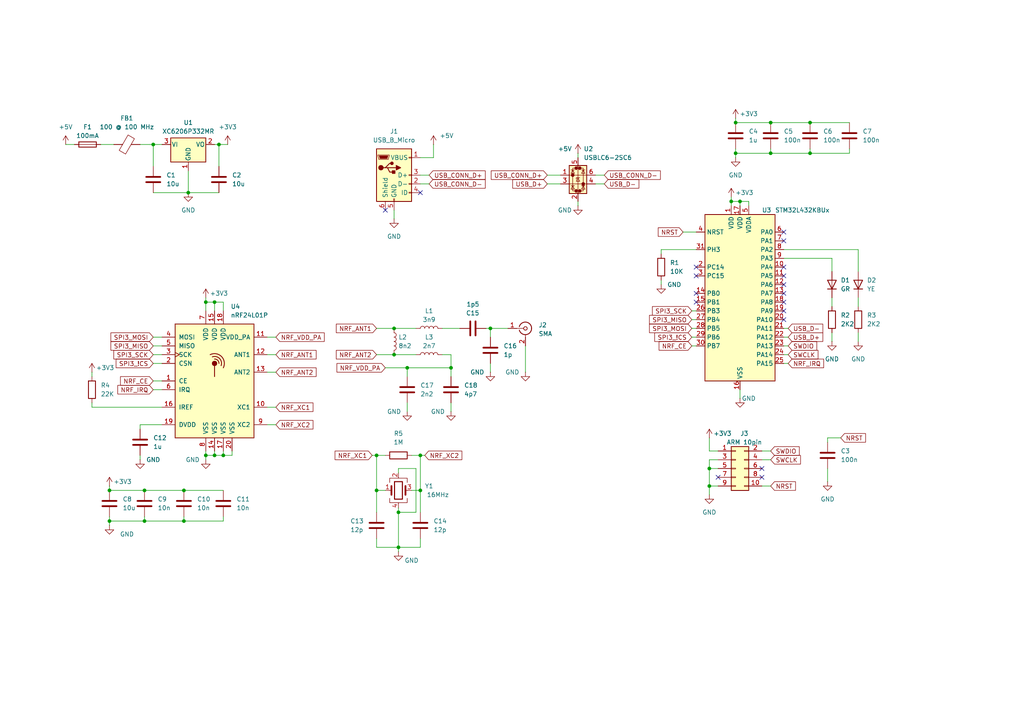
<source format=kicad_sch>
(kicad_sch (version 20250114) (generator "eeschema") (generator_version "9.0")
  (paper "A4")
  (lib_symbols
    (symbol "Connector:Conn_Coaxial" (pin_names (offset 1.016) (hide yes))
      (property "Reference" "J" (at 0.254 3.048 0))
      (property "Value" "Conn_Coaxial" (at 2.921 0 90))
      (symbol "Conn_Coaxial_0_1"
        (polyline (pts (xy -2.54 0) (xy -0.508 0)))
        (arc (start 1.778 0) (mid 0.222 -1.8079) (end -1.778 -0.508) (stroke (width 0.254)))
        (arc (start -1.778 0.508) (mid 0.2221 1.8084) (end 1.778 0) (stroke (width 0.254)))
        (circle (center 0 0) (radius 0.508) (stroke (width 0.2032)))
        (polyline (pts (xy 0 -2.54) (xy 0 -1.778)))
      )
      (symbol "Conn_Coaxial_1_1"
        (pin passive line (at -5.08 0 0) (length 2.54) (name "In") (number "1"))
        (pin passive line (at 0 -5.08 90) (length 2.54) (name "Ext") (number "2"))
      )
    )
    (symbol "Connector:USB_B_Micro" (pin_names (offset 1.016))
      (property "Reference" "J" (at -5.08 11.43 0))
      (property "Value" "USB_B_Micro" (at -5.08 8.89 0))
      (symbol "USB_B_Micro_0_1"
        (rectangle (start -5.08 -7.62) (end 5.08 7.62) (stroke (width 0.254)) (fill (type background)))
        (polyline (pts (xy -4.699 5.842) (xy -4.699 5.588) (xy -4.445 4.826) (xy -4.445 4.572) (xy -1.651 4.572) (xy -1.651 4.826) (xy -1.397 5.588) (xy -1.397 5.842) (xy -4.699 5.842)))
        (polyline (pts (xy -4.318 5.588) (xy -1.778 5.588) (xy -2.032 4.826) (xy -4.064 4.826) (xy -4.318 5.588)) (fill (type outline)))
        (circle (center -3.81 2.159) (radius 0.635) (stroke (width 0.254)) (fill (type outline)))
        (polyline (pts (xy -3.175 2.159) (xy -2.54 2.159) (xy -1.27 3.429) (xy -0.635 3.429)) (stroke (width 0.254)))
        (polyline (pts (xy -2.54 2.159) (xy -1.905 2.159) (xy -1.27 0.889) (xy 0 0.889)) (stroke (width 0.254)))
        (polyline (pts (xy -1.905 2.159) (xy 0.635 2.159)) (stroke (width 0.254)))
        (circle (center -0.635 3.429) (radius 0.381) (stroke (width 0.254)) (fill (type outline)))
        (rectangle (start -0.127 -7.62) (end 0.127 -6.858))
        (rectangle (start 0.254 1.27) (end -0.508 0.508) (stroke (width 0.254)) (fill (type outline)))
        (polyline (pts (xy 0.635 2.794) (xy 0.635 1.524) (xy 1.905 2.159) (xy 0.635 2.794)) (stroke (width 0.254)) (fill (type outline)))
        (rectangle (start 5.08 4.953) (end 4.318 5.207))
        (rectangle (start 5.08 -0.127) (end 4.318 0.127))
        (rectangle (start 5.08 -2.667) (end 4.318 -2.413))
        (rectangle (start 5.08 -5.207) (end 4.318 -4.953))
      )
      (symbol "USB_B_Micro_1_1"
        (pin passive line (at -2.54 -10.16 90) (length 2.54) (name "Shield") (number "6"))
        (pin power_out line (at 0 -10.16 90) (length 2.54) (name "GND") (number "5"))
        (pin power_out line (at 7.62 5.08 180) (length 2.54) (name "VBUS") (number "1"))
        (pin bidirectional line (at 7.62 0 180) (length 2.54) (name "D+") (number "3"))
        (pin bidirectional line (at 7.62 -2.54 180) (length 2.54) (name "D-") (number "2"))
        (pin passive line (at 7.62 -5.08 180) (length 2.54) (name "ID") (number "4"))
      )
    )
    (symbol "Connector_Generic:Conn_02x05_Odd_Even" (pin_names (offset 1.016) (hide yes))
      (property "Reference" "J" (at 1.27 7.62 0))
      (property "Value" "Conn_02x05_Odd_Even" (at 1.27 -7.62 0))
      (symbol "Conn_02x05_Odd_Even_1_1"
        (rectangle (start -1.27 6.35) (end 3.81 -6.35) (stroke (width 0.254)) (fill (type background)))
        (rectangle (start -1.27 5.207) (end 0 4.953) (stroke (width 0.1524)))
        (rectangle (start -1.27 2.667) (end 0 2.413) (stroke (width 0.1524)))
        (rectangle (start -1.27 0.127) (end 0 -0.127) (stroke (width 0.1524)))
        (rectangle (start -1.27 -2.413) (end 0 -2.667) (stroke (width 0.1524)))
        (rectangle (start -1.27 -4.953) (end 0 -5.207) (stroke (width 0.1524)))
        (rectangle (start 3.81 5.207) (end 2.54 4.953) (stroke (width 0.1524)))
        (rectangle (start 3.81 2.667) (end 2.54 2.413) (stroke (width 0.1524)))
        (rectangle (start 3.81 0.127) (end 2.54 -0.127) (stroke (width 0.1524)))
        (rectangle (start 3.81 -2.413) (end 2.54 -2.667) (stroke (width 0.1524)))
        (rectangle (start 3.81 -4.953) (end 2.54 -5.207) (stroke (width 0.1524)))
        (pin passive line (at -5.08 5.08 0) (length 3.81) (name "Pin_1") (number "1"))
        (pin passive line (at -5.08 2.54 0) (length 3.81) (name "Pin_3") (number "3"))
        (pin passive line (at -5.08 0 0) (length 3.81) (name "Pin_5") (number "5"))
        (pin passive line (at -5.08 -2.54 0) (length 3.81) (name "Pin_7") (number "7"))
        (pin passive line (at -5.08 -5.08 0) (length 3.81) (name "Pin_9") (number "9"))
        (pin passive line (at 7.62 5.08 180) (length 3.81) (name "Pin_2") (number "2"))
        (pin passive line (at 7.62 2.54 180) (length 3.81) (name "Pin_4") (number "4"))
        (pin passive line (at 7.62 0 180) (length 3.81) (name "Pin_6") (number "6"))
        (pin passive line (at 7.62 -2.54 180) (length 3.81) (name "Pin_8") (number "8"))
        (pin passive line (at 7.62 -5.08 180) (length 3.81) (name "Pin_10") (number "10"))
      )
    )
    (symbol "Device:C" (pin_numbers (hide yes)) (pin_names (offset 0.254))
      (property "Reference" "C" (at 0.635 2.54 0))
      (property "Value" "C" (at 0.635 -2.54 0))
      (symbol "C_0_1"
        (polyline (pts (xy -2.032 0.762) (xy 2.032 0.762)) (stroke (width 0.508)))
        (polyline (pts (xy -2.032 -0.762) (xy 2.032 -0.762)) (stroke (width 0.508)))
      )
      (symbol "C_1_1"
        (pin passive line (at 0 3.81 270) (length 2.794) (name "~") (number "1"))
        (pin passive line (at 0 -3.81 90) (length 2.794) (name "~") (number "2"))
      )
    )
    (symbol "Device:Crystal_GND24" (pin_names (offset 1.016) (hide yes))
      (property "Reference" "Y" (at 3.175 5.08 0))
      (property "Value" "Crystal_GND24" (at 3.175 3.175 0))
      (symbol "Crystal_GND24_0_1"
        (polyline (pts (xy -2.54 2.286) (xy -2.54 3.556) (xy 2.54 3.556) (xy 2.54 2.286)))
        (polyline (pts (xy -2.54 0) (xy -2.032 0)))
        (polyline (pts (xy -2.54 -2.286) (xy -2.54 -3.556) (xy 2.54 -3.556) (xy 2.54 -2.286)))
        (polyline (pts (xy -2.032 -1.27) (xy -2.032 1.27)) (stroke (width 0.508)))
        (rectangle (start -1.143 2.54) (end 1.143 -2.54) (stroke (width 0.3048)))
        (polyline (pts (xy 0 3.556) (xy 0 3.81)))
        (polyline (pts (xy 0 -3.81) (xy 0 -3.556)))
        (polyline (pts (xy 2.032 0) (xy 2.54 0)))
        (polyline (pts (xy 2.032 -1.27) (xy 2.032 1.27)) (stroke (width 0.508)))
      )
      (symbol "Crystal_GND24_1_1"
        (pin passive line (at -3.81 0 0) (length 1.27) (name "1") (number "1"))
        (pin passive line (at 0 5.08 270) (length 1.27) (name "2") (number "2"))
        (pin passive line (at 0 -5.08 90) (length 1.27) (name "4") (number "4"))
        (pin passive line (at 3.81 0 180) (length 1.27) (name "3") (number "3"))
      )
    )
    (symbol "Device:D" (pin_numbers (hide yes)) (pin_names (offset 1.016) (hide yes))
      (property "Reference" "D" (at 0 2.54 0))
      (property "Value" "D" (at 0 -2.54 0))
      (symbol "D_0_1"
        (polyline (pts (xy -1.27 1.27) (xy -1.27 -1.27)) (stroke (width 0.254)))
        (polyline (pts (xy 1.27 1.27) (xy 1.27 -1.27) (xy -1.27 0) (xy 1.27 1.27)) (stroke (width 0.254)))
        (polyline (pts (xy 1.27 0) (xy -1.27 0)))
      )
      (symbol "D_1_1"
        (pin passive line (at -3.81 0 0) (length 2.54) (name "K") (number "1"))
        (pin passive line (at 3.81 0 180) (length 2.54) (name "A") (number "2"))
      )
    )
    (symbol "Device:FerriteBead" (pin_numbers (hide yes)) (pin_names (offset 0))
      (property "Reference" "FB" (at -3.81 0.635 90))
      (property "Value" "FerriteBead" (at 3.81 0 90))
      (symbol "FerriteBead_0_1"
        (polyline (pts (xy -2.7686 0.4064) (xy -1.7018 2.2606) (xy 2.7686 -0.3048) (xy 1.6764 -2.159) (xy -2.7686 0.4064)))
        (polyline (pts (xy 0 1.27) (xy 0 1.2954)))
        (polyline (pts (xy 0 -1.27) (xy 0 -1.2192)))
      )
      (symbol "FerriteBead_1_1"
        (pin passive line (at 0 3.81 270) (length 2.54) (name "~") (number "1"))
        (pin passive line (at 0 -3.81 90) (length 2.54) (name "~") (number "2"))
      )
    )
    (symbol "Device:Fuse" (pin_numbers (hide yes)) (pin_names (offset 0))
      (property "Reference" "F" (at 2.032 0 90))
      (property "Value" "Fuse" (at -1.905 0 90))
      (symbol "Fuse_0_1"
        (rectangle (start -0.762 -2.54) (end 0.762 2.54) (stroke (width 0.254)))
        (polyline (pts (xy 0 2.54) (xy 0 -2.54)))
      )
      (symbol "Fuse_1_1"
        (pin passive line (at 0 3.81 270) (length 1.27) (name "~") (number "1"))
        (pin passive line (at 0 -3.81 90) (length 1.27) (name "~") (number "2"))
      )
    )
    (symbol "Device:L" (pin_numbers (hide yes)) (pin_names (offset 1.016) (hide yes))
      (property "Reference" "L" (at -1.27 0 90))
      (property "Value" "L" (at 1.905 0 90))
      (symbol "L_0_1"
        (arc (start 0 2.54) (mid 0.6323 1.905) (end 0 1.27))
        (arc (start 0 1.27) (mid 0.6323 0.635) (end 0 0))
        (arc (start 0 0) (mid 0.6323 -0.635) (end 0 -1.27))
        (arc (start 0 -1.27) (mid 0.6323 -1.905) (end 0 -2.54))
      )
      (symbol "L_1_1"
        (pin passive line (at 0 3.81 270) (length 1.27) (name "1") (number "1"))
        (pin passive line (at 0 -3.81 90) (length 1.27) (name "2") (number "2"))
      )
    )
    (symbol "Device:R" (pin_numbers (hide yes)) (pin_names (offset 0))
      (property "Reference" "R" (at 2.032 0 90))
      (property "Value" "R" (at 0 0 90))
      (symbol "R_0_1"
        (rectangle (start -1.016 -2.54) (end 1.016 2.54) (stroke (width 0.254)))
      )
      (symbol "R_1_1"
        (pin passive line (at 0 3.81 270) (length 1.27) (name "~") (number "1"))
        (pin passive line (at 0 -3.81 90) (length 1.27) (name "~") (number "2"))
      )
    )
    (symbol "MCU_ST_STM32L4:STM32L432KBUx"
      (property "Reference" "U" (at -10.16 26.67 0))
      (property "Value" "STM32L432KBUx" (at 5.08 26.67 0))
      (symbol "STM32L432KBUx_0_1"
        (rectangle (start -10.16 -22.86) (end 10.16 25.4) (stroke (width 0.254)) (fill (type background)))
      )
      (symbol "STM32L432KBUx_1_1"
        (pin input line (at -12.7 20.32 0) (length 2.54) (name "NRST") (number "4"))
        (pin bidirectional line (at -12.7 15.24 0) (length 2.54) (name "PH3") (number "31"))
        (pin bidirectional line (at -12.7 10.16 0) (length 2.54) (name "PC14") (number "2"))
        (pin bidirectional line (at -12.7 7.62 0) (length 2.54) (name "PC15") (number "3"))
        (pin bidirectional line (at -12.7 2.54 0) (length 2.54) (name "PB0") (number "14"))
        (pin bidirectional line (at -12.7 0 0) (length 2.54) (name "PB1") (number "15"))
        (pin bidirectional line (at -12.7 -2.54 0) (length 2.54) (name "PB3") (number "26"))
        (pin bidirectional line (at -12.7 -5.08 0) (length 2.54) (name "PB4") (number "27"))
        (pin bidirectional line (at -12.7 -7.62 0) (length 2.54) (name "PB5") (number "28"))
        (pin bidirectional line (at -12.7 -10.16 0) (length 2.54) (name "PB6") (number "29"))
        (pin bidirectional line (at -12.7 -12.7 0) (length 2.54) (name "PB7") (number "30"))
        (pin power_in line (at -2.54 27.94 270) (length 2.54) (name "VDD") (number "1"))
        (pin power_in line (at 0 27.94 270) (length 2.54) (name "VDD") (number "17"))
        (pin power_in line (at 0 -25.4 90) (length 2.54) (name "VSS") (number "16"))
        (pin passive line (at 0 -25.4 90) (length 2.54) (hide yes) (name "VSS") (number "32"))
        (pin passive line (at 0 -25.4 90) (length 2.54) (hide yes) (name "VSS") (number "33"))
        (pin power_in line (at 2.54 27.94 270) (length 2.54) (name "VDDA") (number "5"))
        (pin bidirectional line (at 12.7 20.32 180) (length 2.54) (name "PA0") (number "6"))
        (pin bidirectional line (at 12.7 17.78 180) (length 2.54) (name "PA1") (number "7"))
        (pin bidirectional line (at 12.7 15.24 180) (length 2.54) (name "PA2") (number "8"))
        (pin bidirectional line (at 12.7 12.7 180) (length 2.54) (name "PA3") (number "9"))
        (pin bidirectional line (at 12.7 10.16 180) (length 2.54) (name "PA4") (number "10"))
        (pin bidirectional line (at 12.7 7.62 180) (length 2.54) (name "PA5") (number "11"))
        (pin bidirectional line (at 12.7 5.08 180) (length 2.54) (name "PA6") (number "12"))
        (pin bidirectional line (at 12.7 2.54 180) (length 2.54) (name "PA7") (number "13"))
        (pin bidirectional line (at 12.7 0 180) (length 2.54) (name "PA8") (number "18"))
        (pin bidirectional line (at 12.7 -2.54 180) (length 2.54) (name "PA9") (number "19"))
        (pin bidirectional line (at 12.7 -5.08 180) (length 2.54) (name "PA10") (number "20"))
        (pin bidirectional line (at 12.7 -7.62 180) (length 2.54) (name "PA11") (number "21"))
        (pin bidirectional line (at 12.7 -10.16 180) (length 2.54) (name "PA12") (number "22"))
        (pin bidirectional line (at 12.7 -12.7 180) (length 2.54) (name "PA13") (number "23"))
        (pin bidirectional line (at 12.7 -15.24 180) (length 2.54) (name "PA14") (number "24"))
        (pin bidirectional line (at 12.7 -17.78 180) (length 2.54) (name "PA15") (number "25"))
      )
    )
    (symbol "Power_Protection:USBLC6-2SC6" (pin_names (hide yes))
      (property "Reference" "U" (at 0.635 5.715 0))
      (property "Value" "USBLC6-2SC6" (at 0.635 3.81 0))
      (symbol "USBLC6-2SC6_0_0"
        (circle (center -1.524 0) (radius 0.0001) (stroke (width 0.508)))
        (circle (center -0.508 2.032) (radius 0.0001) (stroke (width 0.508)))
        (circle (center -0.508 -4.572) (radius 0.0001) (stroke (width 0.508)))
        (circle (center 0.508 2.032) (radius 0.0001) (stroke (width 0.508)))
        (circle (center 0.508 -4.572) (radius 0.0001) (stroke (width 0.508)))
        (circle (center 1.524 -2.54) (radius 0.0001) (stroke (width 0.508)))
      )
      (symbol "USBLC6-2SC6_0_1"
        (polyline (pts (xy -2.54 0) (xy 2.54 0)))
        (polyline (pts (xy -2.54 -2.54) (xy 2.54 -2.54)))
        (polyline (pts (xy -2.032 0.508) (xy -1.016 0.508) (xy -1.524 1.524) (xy -2.032 0.508)))
        (polyline (pts (xy -2.032 -3.048) (xy -1.016 -3.048)))
        (polyline (pts (xy -1.016 1.524) (xy -2.032 1.524)))
        (polyline (pts (xy -1.016 -4.064) (xy -2.032 -4.064) (xy -1.524 -3.048) (xy -1.016 -4.064)))
        (polyline (pts (xy -0.508 -1.143) (xy -0.508 -0.762) (xy 0.508 -0.762)))
        (polyline (pts (xy 0 2.54) (xy -0.508 2.032) (xy 0.508 2.032) (xy 0 1.524) (xy 0 -4.064) (xy -0.508 -4.572) (xy 0.508 -4.572) (xy 0 -5.08)))
        (polyline (pts (xy 0.508 -1.778) (xy -0.508 -1.778) (xy 0 -0.762) (xy 0.508 -1.778)))
        (polyline (pts (xy 1.016 1.524) (xy 2.032 1.524)))
        (polyline (pts (xy 1.016 -3.048) (xy 2.032 -3.048)))
        (polyline (pts (xy 2.032 0.508) (xy 1.016 0.508) (xy 1.524 1.524) (xy 2.032 0.508)))
        (polyline (pts (xy 2.032 -4.064) (xy 1.016 -4.064) (xy 1.524 -3.048) (xy 2.032 -4.064)))
      )
      (symbol "USBLC6-2SC6_1_1"
        (rectangle (start -2.54 2.794) (end 2.54 -5.334) (stroke (width 0.254)) (fill (type background)))
        (polyline (pts (xy -0.508 2.032) (xy -1.524 2.032) (xy -1.524 -4.572) (xy -0.508 -4.572)))
        (polyline (pts (xy 0.508 -4.572) (xy 1.524 -4.572) (xy 1.524 2.032) (xy 0.508 2.032)))
        (pin passive line (at -5.08 0 0) (length 2.54) (name "I/O1") (number "1"))
        (pin passive line (at -5.08 -2.54 0) (length 2.54) (name "I/O2") (number "3"))
        (pin passive line (at 0 5.08 270) (length 2.54) (name "VBUS") (number "5"))
        (pin passive line (at 0 -7.62 90) (length 2.54) (name "GND") (number "2"))
        (pin passive line (at 5.08 0 180) (length 2.54) (name "I/O1") (number "6"))
        (pin passive line (at 5.08 -2.54 180) (length 2.54) (name "I/O2") (number "4"))
      )
    )
    (symbol "RF:nRF24L01P" (pin_names (offset 1.016))
      (property "Reference" "U" (at -11.43 17.78 0))
      (property "Value" "nRF24L01P" (at 5.08 17.78 0))
      (symbol "nRF24L01P_0_1"
        (rectangle (start -11.43 16.51) (end 11.43 -16.51) (stroke (width 0.254)) (fill (type background)))
        (arc (start -1.27 7.62) (mid 2.008 7.088) (end 2.54 3.81) (stroke (width 0.254)))
        (circle (center 0 5.08) (radius 0.635) (stroke (width 0.254)) (fill (type outline)))
        (polyline (pts (xy 0 4.445) (xy 0 1.27)) (stroke (width 0.254)))
        (arc (start -0.635 6.985) (mid 1.4383 6.5183) (end 1.905 4.445) (stroke (width 0.254)))
        (arc (start 0 6.35) (mid 0.9108 5.9908) (end 1.27 5.08) (stroke (width 0.254)))
        (rectangle (start 11.43 -13.97) (end 11.43 -13.97))
      )
      (symbol "nRF24L01P_1_1"
        (pin input line (at -15.24 12.7 0) (length 3.81) (name "MOSI") (number "4"))
        (pin output line (at -15.24 10.16 0) (length 3.81) (name "MISO") (number "5"))
        (pin input clock (at -15.24 7.62 0) (length 3.81) (name "SCK") (number "3"))
        (pin input line (at -15.24 5.08 0) (length 3.81) (name "CSN") (number "2"))
        (pin input line (at -15.24 0 0) (length 3.81) (name "CE") (number "1"))
        (pin output line (at -15.24 -2.54 0) (length 3.81) (name "IRQ") (number "6"))
        (pin passive line (at -15.24 -7.62 0) (length 3.81) (name "IREF") (number "16"))
        (pin power_out line (at -15.24 -12.7 0) (length 3.81) (name "DVDD") (number "19"))
        (pin power_in line (at -2.54 20.32 270) (length 3.81) (name "VDD") (number "7"))
        (pin power_in line (at -2.54 -20.32 90) (length 3.81) (name "VSS") (number "8"))
        (pin power_in line (at 0 20.32 270) (length 3.81) (name "VDD") (number "15"))
        (pin power_in line (at 0 -20.32 90) (length 3.81) (name "VSS") (number "14"))
        (pin power_in line (at 2.54 20.32 270) (length 3.81) (name "VDD") (number "18"))
        (pin power_in line (at 2.54 -20.32 90) (length 3.81) (name "VSS") (number "17"))
        (pin power_in line (at 5.08 -20.32 90) (length 3.81) (name "VSS") (number "20"))
        (pin power_out line (at 15.24 12.7 180) (length 3.81) (name "VDD_PA") (number "11"))
        (pin passive line (at 15.24 7.62 180) (length 3.81) (name "ANT1") (number "12"))
        (pin passive line (at 15.24 2.54 180) (length 3.81) (name "ANT2") (number "13"))
        (pin passive line (at 15.24 -7.62 180) (length 3.81) (name "XC1") (number "10"))
        (pin passive line (at 15.24 -12.7 180) (length 3.81) (name "XC2") (number "9"))
      )
    )
    (symbol "Regulator_Linear:XC6206PxxxMR" (pin_names (offset 0.254))
      (property "Reference" "U" (at -3.81 3.175 0))
      (property "Value" "XC6206PxxxMR" (at 0 3.175 0))
      (symbol "XC6206PxxxMR_0_1"
        (rectangle (start -5.08 1.905) (end 5.08 -5.08) (stroke (width 0.254)) (fill (type background)))
      )
      (symbol "XC6206PxxxMR_1_1"
        (pin power_in line (at -7.62 0 0) (length 2.54) (name "VI") (number "3"))
        (pin power_in line (at 0 -7.62 90) (length 2.54) (name "GND") (number "1"))
        (pin power_out line (at 7.62 0 180) (length 2.54) (name "VO") (number "2"))
      )
    )
    (symbol "power:+3V3" (power) (pin_numbers (hide yes)) (pin_names (offset 0) (hide yes))
      (property "Value" "+3V3" (at 0 3.556 0))
      (symbol "+3V3_0_1"
        (polyline (pts (xy -0.762 1.27) (xy 0 2.54)))
        (polyline (pts (xy 0 2.54) (xy 0.762 1.27)))
        (polyline (pts (xy 0 0) (xy 0 2.54)))
      )
      (symbol "+3V3_1_1"
        (pin power_in line (at 0 0 90) (length 0) (name "~") (number "1"))
      )
    )
    (symbol "power:+5V" (power) (pin_numbers (hide yes)) (pin_names (offset 0) (hide yes))
      (property "Value" "+5V" (at 0 3.556 0))
      (symbol "+5V_0_1"
        (polyline (pts (xy -0.762 1.27) (xy 0 2.54)))
        (polyline (pts (xy 0 2.54) (xy 0.762 1.27)))
        (polyline (pts (xy 0 0) (xy 0 2.54)))
      )
      (symbol "+5V_1_1"
        (pin power_in line (at 0 0 90) (length 0) (name "~") (number "1"))
      )
    )
    (symbol "power:GND" (power) (pin_numbers (hide yes)) (pin_names (offset 0) (hide yes))
      (property "Value" "GND" (at 0 -3.81 0))
      (symbol "GND_0_1"
        (polyline (pts (xy 0 0) (xy 0 -1.27) (xy 1.27 -1.27) (xy 0 -2.54) (xy -1.27 -1.27) (xy 0 -1.27)))
      )
      (symbol "GND_1_1"
        (pin power_in line (at 0 0 270) (length 0) (name "~") (number "1"))
      )
    )
  )
  (junction (at 121.92 142.24))
  (junction (at 44.45 41.91))
  (junction (at 54.61 55.88))
  (junction (at 109.22 142.24))
  (junction (at 114.3 102.87))
  (junction (at 31.75 151.13))
  (junction (at 234.95 44.45))
  (junction (at 53.34 142.24))
  (junction (at 214.63 58.42))
  (junction (at 115.57 158.75))
  (junction (at 31.75 142.24))
  (junction (at 223.52 44.45))
  (junction (at 41.91 142.24))
  (junction (at 118.11 106.68))
  (junction (at 212.09 58.42))
  (junction (at 59.69 87.63))
  (junction (at 213.36 35.56))
  (junction (at 142.24 95.25))
  (junction (at 41.91 151.13))
  (junction (at 62.23 87.63))
  (junction (at 234.95 35.56))
  (junction (at 205.74 140.97))
  (junction (at 121.92 132.08))
  (junction (at 59.69 132.08))
  (junction (at 115.57 148.59))
  (junction (at 213.36 44.45))
  (junction (at 53.34 151.13))
  (junction (at 223.52 35.56))
  (junction (at 109.22 132.08))
  (junction (at 64.77 132.08))
  (junction (at 130.81 106.68))
  (junction (at 205.74 135.89))
  (junction (at 114.3 95.25))
  (junction (at 62.23 132.08))
  (junction (at 63.5 41.91))
  (no_connect (at 121.92 55.88))
  (no_connect (at 201.93 87.63))
  (no_connect (at 227.33 77.47))
  (no_connect (at 201.93 77.47))
  (no_connect (at 227.33 82.55))
  (no_connect (at 111.76 60.96))
  (no_connect (at 208.28 138.43))
  (no_connect (at 227.33 90.17))
  (no_connect (at 227.33 85.09))
  (no_connect (at 220.98 135.89))
  (no_connect (at 227.33 80.01))
  (no_connect (at 220.98 138.43))
  (no_connect (at 227.33 69.85))
  (no_connect (at 227.33 92.71))
  (no_connect (at 201.93 80.01))
  (no_connect (at 227.33 67.31))
  (no_connect (at 227.33 87.63))
  (no_connect (at 201.93 85.09))
  (wire (pts (xy 241.3 86.36) (xy 241.3 88.9)))
  (wire (pts (xy 208.28 140.97) (xy 205.74 140.97)))
  (wire (pts (xy 64.77 87.63) (xy 62.23 87.63)))
  (wire (pts (xy 67.31 130.81) (xy 67.31 132.08)))
  (wire (pts (xy 130.81 116.84) (xy 130.81 119.38)))
  (wire (pts (xy 200.66 95.25) (xy 201.93 95.25)))
  (wire (pts (xy 40.64 132.08) (xy 40.64 133.35)))
  (wire (pts (xy 118.11 109.22) (xy 118.11 106.68)))
  (wire (pts (xy 109.22 102.87) (xy 114.3 102.87)))
  (wire (pts (xy 114.3 95.25) (xy 120.65 95.25)))
  (wire (pts (xy 227.33 74.93) (xy 241.3 74.93)))
  (wire (pts (xy 208.28 135.89) (xy 205.74 135.89)))
  (wire (pts (xy 200.66 90.17) (xy 201.93 90.17)))
  (wire (pts (xy 115.57 137.16) (xy 115.57 135.89)))
  (wire (pts (xy 121.92 156.21) (xy 121.92 158.75)))
  (wire (pts (xy 44.45 102.87) (xy 46.99 102.87)))
  (wire (pts (xy 64.77 90.17) (xy 64.77 87.63)))
  (wire (pts (xy 77.47 102.87) (xy 80.01 102.87)))
  (wire (pts (xy 208.28 133.35) (xy 205.74 133.35)))
  (wire (pts (xy 59.69 132.08) (xy 59.69 133.35)))
  (wire (pts (xy 172.72 50.8) (xy 175.26 50.8)))
  (wire (pts (xy 223.52 43.18) (xy 223.52 44.45)))
  (wire (pts (xy 40.64 41.91) (xy 44.45 41.91)))
  (wire (pts (xy 248.92 72.39) (xy 248.92 78.74)))
  (wire (pts (xy 125.73 45.72) (xy 121.92 45.72)))
  (wire (pts (xy 67.31 132.08) (xy 64.77 132.08)))
  (wire (pts (xy 115.57 148.59) (xy 115.57 158.75)))
  (wire (pts (xy 53.34 142.24) (xy 64.77 142.24)))
  (wire (pts (xy 220.98 130.81) (xy 223.52 130.81)))
  (wire (pts (xy 119.38 142.24) (xy 121.92 142.24)))
  (wire (pts (xy 217.17 59.69) (xy 217.17 58.42)))
  (wire (pts (xy 120.65 135.89) (xy 120.65 148.59)))
  (wire (pts (xy 59.69 132.08) (xy 62.23 132.08)))
  (wire (pts (xy 62.23 87.63) (xy 59.69 87.63)))
  (wire (pts (xy 64.77 149.86) (xy 64.77 151.13)))
  (wire (pts (xy 234.95 44.45) (xy 223.52 44.45)))
  (wire (pts (xy 44.45 100.33) (xy 46.99 100.33)))
  (wire (pts (xy 121.92 132.08) (xy 123.19 132.08)))
  (wire (pts (xy 44.45 41.91) (xy 46.99 41.91)))
  (wire (pts (xy 26.67 116.84) (xy 26.67 118.11)))
  (wire (pts (xy 118.11 106.68) (xy 111.76 106.68)))
  (wire (pts (xy 227.33 100.33) (xy 228.6 100.33)))
  (wire (pts (xy 234.95 35.56) (xy 246.38 35.56)))
  (wire (pts (xy 172.72 53.34) (xy 175.26 53.34)))
  (wire (pts (xy 77.47 107.95) (xy 80.01 107.95)))
  (wire (pts (xy 31.75 142.24) (xy 41.91 142.24)))
  (wire (pts (xy 246.38 43.18) (xy 246.38 44.45)))
  (wire (pts (xy 212.09 57.15) (xy 212.09 58.42)))
  (wire (pts (xy 130.81 102.87) (xy 130.81 106.68)))
  (wire (pts (xy 121.92 50.8) (xy 124.46 50.8)))
  (wire (pts (xy 77.47 123.19) (xy 80.01 123.19)))
  (wire (pts (xy 29.21 41.91) (xy 33.02 41.91)))
  (wire (pts (xy 54.61 49.53) (xy 54.61 55.88)))
  (wire (pts (xy 63.5 41.91) (xy 66.04 41.91)))
  (wire (pts (xy 121.92 148.59) (xy 121.92 142.24)))
  (wire (pts (xy 212.09 58.42) (xy 212.09 59.69)))
  (wire (pts (xy 26.67 107.95) (xy 26.67 109.22)))
  (wire (pts (xy 64.77 151.13) (xy 53.34 151.13)))
  (wire (pts (xy 213.36 35.56) (xy 223.52 35.56)))
  (wire (pts (xy 200.66 97.79) (xy 201.93 97.79)))
  (wire (pts (xy 54.61 55.88) (xy 63.5 55.88)))
  (wire (pts (xy 227.33 102.87) (xy 228.6 102.87)))
  (wire (pts (xy 121.92 142.24) (xy 121.92 132.08)))
  (wire (pts (xy 142.24 95.25) (xy 147.32 95.25)))
  (wire (pts (xy 53.34 151.13) (xy 41.91 151.13)))
  (wire (pts (xy 191.77 72.39) (xy 191.77 73.66)))
  (wire (pts (xy 200.66 92.71) (xy 201.93 92.71)))
  (wire (pts (xy 246.38 44.45) (xy 234.95 44.45)))
  (wire (pts (xy 152.4 100.33) (xy 152.4 107.95)))
  (wire (pts (xy 41.91 142.24) (xy 53.34 142.24)))
  (wire (pts (xy 223.52 35.56) (xy 234.95 35.56)))
  (wire (pts (xy 114.3 60.96) (xy 114.3 63.5)))
  (wire (pts (xy 109.22 142.24) (xy 111.76 142.24)))
  (wire (pts (xy 234.95 43.18) (xy 234.95 44.45)))
  (wire (pts (xy 158.75 53.34) (xy 162.56 53.34)))
  (wire (pts (xy 220.98 133.35) (xy 223.52 133.35)))
  (wire (pts (xy 140.97 95.25) (xy 142.24 95.25)))
  (wire (pts (xy 109.22 158.75) (xy 115.57 158.75)))
  (wire (pts (xy 77.47 118.11) (xy 80.01 118.11)))
  (wire (pts (xy 115.57 158.75) (xy 115.57 160.02)))
  (wire (pts (xy 142.24 95.25) (xy 142.24 97.79)))
  (wire (pts (xy 128.27 95.25) (xy 133.35 95.25)))
  (wire (pts (xy 44.45 113.03) (xy 46.99 113.03)))
  (wire (pts (xy 115.57 135.89) (xy 120.65 135.89)))
  (wire (pts (xy 240.03 127) (xy 240.03 128.27)))
  (wire (pts (xy 227.33 72.39) (xy 248.92 72.39)))
  (wire (pts (xy 227.33 97.79) (xy 228.6 97.79)))
  (wire (pts (xy 115.57 158.75) (xy 121.92 158.75)))
  (wire (pts (xy 205.74 135.89) (xy 205.74 140.97)))
  (wire (pts (xy 248.92 86.36) (xy 248.92 88.9)))
  (wire (pts (xy 205.74 140.97) (xy 205.74 143.51)))
  (wire (pts (xy 31.75 140.97) (xy 31.75 142.24)))
  (wire (pts (xy 205.74 130.81) (xy 205.74 127)))
  (wire (pts (xy 40.64 123.19) (xy 46.99 123.19)))
  (wire (pts (xy 62.23 41.91) (xy 63.5 41.91)))
  (wire (pts (xy 121.92 132.08) (xy 119.38 132.08)))
  (wire (pts (xy 200.66 100.33) (xy 201.93 100.33)))
  (wire (pts (xy 40.64 124.46) (xy 40.64 123.19)))
  (wire (pts (xy 77.47 97.79) (xy 80.01 97.79)))
  (wire (pts (xy 243.84 127) (xy 240.03 127)))
  (wire (pts (xy 64.77 130.81) (xy 64.77 132.08)))
  (wire (pts (xy 142.24 105.41) (xy 142.24 107.95)))
  (wire (pts (xy 118.11 116.84) (xy 118.11 119.38)))
  (wire (pts (xy 31.75 149.86) (xy 31.75 151.13)))
  (wire (pts (xy 44.45 110.49) (xy 46.99 110.49)))
  (wire (pts (xy 109.22 95.25) (xy 114.3 95.25)))
  (wire (pts (xy 44.45 48.26) (xy 44.45 41.91)))
  (wire (pts (xy 217.17 58.42) (xy 214.63 58.42)))
  (wire (pts (xy 248.92 96.52) (xy 248.92 99.06)))
  (wire (pts (xy 223.52 44.45) (xy 213.36 44.45)))
  (wire (pts (xy 53.34 149.86) (xy 53.34 151.13)))
  (wire (pts (xy 213.36 34.29) (xy 213.36 35.56)))
  (wire (pts (xy 125.73 41.91) (xy 125.73 45.72)))
  (wire (pts (xy 59.69 86.36) (xy 59.69 87.63)))
  (wire (pts (xy 63.5 41.91) (xy 63.5 48.26)))
  (wire (pts (xy 198.12 67.31) (xy 201.93 67.31)))
  (wire (pts (xy 26.67 118.11) (xy 46.99 118.11)))
  (wire (pts (xy 201.93 72.39) (xy 191.77 72.39)))
  (wire (pts (xy 167.64 44.45) (xy 167.64 45.72)))
  (wire (pts (xy 205.74 133.35) (xy 205.74 135.89)))
  (wire (pts (xy 227.33 95.25) (xy 228.6 95.25)))
  (wire (pts (xy 114.3 102.87) (xy 120.65 102.87)))
  (wire (pts (xy 44.45 97.79) (xy 46.99 97.79)))
  (wire (pts (xy 59.69 130.81) (xy 59.69 132.08)))
  (wire (pts (xy 121.92 53.34) (xy 124.46 53.34)))
  (wire (pts (xy 213.36 43.18) (xy 213.36 44.45)))
  (wire (pts (xy 213.36 44.45) (xy 213.36 45.72)))
  (wire (pts (xy 115.57 147.32) (xy 115.57 148.59)))
  (wire (pts (xy 109.22 142.24) (xy 109.22 132.08)))
  (wire (pts (xy 241.3 96.52) (xy 241.3 99.06)))
  (wire (pts (xy 59.69 87.63) (xy 59.69 90.17)))
  (wire (pts (xy 62.23 132.08) (xy 64.77 132.08)))
  (wire (pts (xy 167.64 58.42) (xy 167.64 59.69)))
  (wire (pts (xy 220.98 140.97) (xy 223.52 140.97)))
  (wire (pts (xy 62.23 130.81) (xy 62.23 132.08)))
  (wire (pts (xy 214.63 58.42) (xy 212.09 58.42)))
  (wire (pts (xy 227.33 105.41) (xy 228.6 105.41)))
  (wire (pts (xy 191.77 81.28) (xy 191.77 82.55)))
  (wire (pts (xy 118.11 106.68) (xy 130.81 106.68)))
  (wire (pts (xy 120.65 148.59) (xy 115.57 148.59)))
  (wire (pts (xy 109.22 148.59) (xy 109.22 142.24)))
  (wire (pts (xy 19.05 41.91) (xy 21.59 41.91)))
  (wire (pts (xy 44.45 105.41) (xy 46.99 105.41)))
  (wire (pts (xy 109.22 156.21) (xy 109.22 158.75)))
  (wire (pts (xy 214.63 113.03) (xy 214.63 115.57)))
  (wire (pts (xy 158.75 50.8) (xy 162.56 50.8)))
  (wire (pts (xy 240.03 135.89) (xy 240.03 139.7)))
  (wire (pts (xy 62.23 90.17) (xy 62.23 87.63)))
  (wire (pts (xy 214.63 59.69) (xy 214.63 58.42)))
  (wire (pts (xy 41.91 151.13) (xy 31.75 151.13)))
  (wire (pts (xy 44.45 55.88) (xy 54.61 55.88)))
  (wire (pts (xy 31.75 151.13) (xy 31.75 152.4)))
  (wire (pts (xy 41.91 149.86) (xy 41.91 151.13)))
  (wire (pts (xy 107.95 132.08) (xy 109.22 132.08)))
  (wire (pts (xy 241.3 74.93) (xy 241.3 78.74)))
  (wire (pts (xy 109.22 132.08) (xy 111.76 132.08)))
  (wire (pts (xy 130.81 106.68) (xy 130.81 109.22)))
  (wire (pts (xy 128.27 102.87) (xy 130.81 102.87)))
  (wire (pts (xy 208.28 130.81) (xy 205.74 130.81)))
  (global_label "USB_D-" (shape input) (at 175.26 53.34 0) (property "Intersheetrefs" "${INTERSHEET_REFS}" (effects (hide yes))))
  (global_label "SPI3_!CS" (shape input) (at 200.66 97.79 180) (property "Intersheetrefs" "${INTERSHEET_REFS}" (effects (hide yes))))
  (global_label "NRF_IRQ" (shape input) (at 228.6 105.41 0) (property "Intersheetrefs" "${INTERSHEET_REFS}" (effects (hide yes))))
  (global_label "SPI3_MISO" (shape input) (at 200.66 92.71 180) (property "Intersheetrefs" "${INTERSHEET_REFS}" (effects (hide yes))))
  (global_label "USB_D+" (shape input) (at 228.6 97.79 0) (property "Intersheetrefs" "${INTERSHEET_REFS}" (effects (hide yes))))
  (global_label "NRF_XC2" (shape input) (at 123.19 132.08 0) (property "Intersheetrefs" "${INTERSHEET_REFS}" (effects (hide yes))))
  (global_label "SPI3_!CS" (shape input) (at 44.45 105.41 180) (property "Intersheetrefs" "${INTERSHEET_REFS}" (effects (hide yes))))
  (global_label "NRF_XC2" (shape input) (at 80.01 123.19 0) (property "Intersheetrefs" "${INTERSHEET_REFS}" (effects (hide yes))))
  (global_label "NRST" (shape input) (at 243.84 127 0) (property "Intersheetrefs" "${INTERSHEET_REFS}" (effects (hide yes))))
  (global_label "NRF_CE" (shape input) (at 200.66 100.33 180) (property "Intersheetrefs" "${INTERSHEET_REFS}" (effects (hide yes))))
  (global_label "USB_CONN_D+" (shape input) (at 158.75 50.8 180) (property "Intersheetrefs" "${INTERSHEET_REFS}" (effects (hide yes))))
  (global_label "SWCLK" (shape input) (at 228.6 102.87 0) (property "Intersheetrefs" "${INTERSHEET_REFS}" (effects (hide yes))))
  (global_label "NRF_CE" (shape input) (at 44.45 110.49 180) (property "Intersheetrefs" "${INTERSHEET_REFS}" (effects (hide yes))))
  (global_label "NRF_VDD_PA" (shape input) (at 80.01 97.79 0) (property "Intersheetrefs" "${INTERSHEET_REFS}" (effects (hide yes))))
  (global_label "NRST" (shape input) (at 198.12 67.31 180) (property "Intersheetrefs" "${INTERSHEET_REFS}" (effects (hide yes))))
  (global_label "USB_D+" (shape input) (at 158.75 53.34 180) (property "Intersheetrefs" "${INTERSHEET_REFS}" (effects (hide yes))))
  (global_label "SWCLK" (shape input) (at 223.52 133.35 0) (property "Intersheetrefs" "${INTERSHEET_REFS}" (effects (hide yes))))
  (global_label "SPI3_SCK" (shape input) (at 44.45 102.87 180) (property "Intersheetrefs" "${INTERSHEET_REFS}" (effects (hide yes))))
  (global_label "NRF_ANT1" (shape input) (at 109.22 95.25 180) (property "Intersheetrefs" "${INTERSHEET_REFS}" (effects (hide yes))))
  (global_label "NRF_ANT1" (shape input) (at 80.01 102.87 0) (property "Intersheetrefs" "${INTERSHEET_REFS}" (effects (hide yes))))
  (global_label "SWDIO" (shape input) (at 223.52 130.81 0) (property "Intersheetrefs" "${INTERSHEET_REFS}" (effects (hide yes))))
  (global_label "NRF_ANT2" (shape input) (at 80.01 107.95 0) (property "Intersheetrefs" "${INTERSHEET_REFS}" (effects (hide yes))))
  (global_label "SPI3_SCK" (shape input) (at 200.66 90.17 180) (property "Intersheetrefs" "${INTERSHEET_REFS}" (effects (hide yes))))
  (global_label "SPI3_MOSI" (shape input) (at 200.66 95.25 180) (property "Intersheetrefs" "${INTERSHEET_REFS}" (effects (hide yes))))
  (global_label "USB_CONN_D-" (shape input) (at 175.26 50.8 0) (property "Intersheetrefs" "${INTERSHEET_REFS}" (effects (hide yes))))
  (global_label "USB_CONN_D-" (shape input) (at 124.46 53.34 0) (property "Intersheetrefs" "${INTERSHEET_REFS}" (effects (hide yes))))
  (global_label "SPI3_MOSI" (shape input) (at 44.45 97.79 180) (property "Intersheetrefs" "${INTERSHEET_REFS}" (effects (hide yes))))
  (global_label "USB_CONN_D+" (shape input) (at 124.46 50.8 0) (property "Intersheetrefs" "${INTERSHEET_REFS}" (effects (hide yes))))
  (global_label "NRF_XC1" (shape input) (at 80.01 118.11 0) (property "Intersheetrefs" "${INTERSHEET_REFS}" (effects (hide yes))))
  (global_label "NRF_ANT2" (shape input) (at 109.22 102.87 180) (property "Intersheetrefs" "${INTERSHEET_REFS}" (effects (hide yes))))
  (global_label "USB_D-" (shape input) (at 228.6 95.25 0) (property "Intersheetrefs" "${INTERSHEET_REFS}" (effects (hide yes))))
  (global_label "NRF_XC1" (shape input) (at 107.95 132.08 180) (property "Intersheetrefs" "${INTERSHEET_REFS}" (effects (hide yes))))
  (global_label "NRF_IRQ" (shape input) (at 44.45 113.03 180) (property "Intersheetrefs" "${INTERSHEET_REFS}" (effects (hide yes))))
  (global_label "NRST" (shape input) (at 223.52 140.97 0) (property "Intersheetrefs" "${INTERSHEET_REFS}" (effects (hide yes))))
  (global_label "SWDIO" (shape input) (at 228.6 100.33 0) (property "Intersheetrefs" "${INTERSHEET_REFS}" (effects (hide yes))))
  (global_label "SPI3_MISO" (shape input) (at 44.45 100.33 180) (property "Intersheetrefs" "${INTERSHEET_REFS}" (effects (hide yes))))
  (global_label "NRF_VDD_PA" (shape input) (at 111.76 106.68 180) (property "Intersheetrefs" "${INTERSHEET_REFS}" (effects (hide yes))))
  (symbol (lib_id "Device:R") (at 241.3 92.71 0) (unit 1)
    (property "Reference" "R2" (at 243.84 91.4399 0) (effects (justify left)))
    (property "Value" "2K2" (at 243.84 93.98 0) (effects (justify left)))
    (property "Footprint" "Resistor_SMD:R_0603_1608Metric" (effects (hide yes)))
    (property "Description" "Resistor" (effects (hide yes)))
  )
  (symbol (lib_id "Device:C") (at 121.92 152.4 0) (unit 1)
    (property "Reference" "C14" (at 125.73 151.1299 0) (effects (justify left)))
    (property "Value" "12p" (at 125.73 153.6699 0) (effects (justify left)))
    (property "Footprint" "Capacitor_SMD:C_0402_1005Metric" (effects (hide yes)))
    (property "Description" "Unpolarized capacitor" (effects (hide yes)))
  )
  (symbol (lib_id "power:GND") (at 115.57 160.02 0) (unit 1)
    (property "Reference" "#PWR028" (effects (hide yes)))
    (property "Value" "GND" (at 119.38 162.56 0))
    (property "Description" "Power symbol creates a global label with name \"GND\" , ground" (effects (hide yes)))
  )
  (symbol (lib_id "Device:C") (at 246.38 39.37 0) (unit 1)
    (property "Reference" "C7" (at 250.19 38.0999 0) (effects (justify left)))
    (property "Value" "100n" (at 250.19 40.6399 0) (effects (justify left)))
    (property "Footprint" "Capacitor_SMD:C_0402_1005Metric" (effects (hide yes)))
    (property "Description" "Unpolarized capacitor" (effects (hide yes)))
  )
  (symbol (lib_id "power:GND") (at 152.4 107.95 0) (unit 1)
    (property "Reference" "#PWR025" (effects (hide yes)))
    (property "Value" "GND" (at 148.59 107.95 0))
    (property "Description" "Power symbol creates a global label with name \"GND\" , ground" (effects (hide yes)))
  )
  (symbol (lib_id "power:GND") (at 40.64 133.35 0) (unit 1)
    (property "Reference" "#PWR023" (effects (hide yes)))
    (property "Value" "GND" (at 44.45 133.35 0))
    (property "Description" "Power symbol creates a global label with name \"GND\" , ground" (effects (hide yes)))
  )
  (symbol (lib_id "power:GND") (at 241.3 99.06 0) (unit 1)
    (property "Reference" "#PWR06" (effects (hide yes)))
    (property "Value" "GND" (at 241.3 104.14 0))
    (property "Description" "Power symbol creates a global label with name \"GND\" , ground" (effects (hide yes)))
  )
  (symbol (lib_id "Device:Fuse") (at 25.4 41.91 90) (unit 1)
    (property "Reference" "F1" (at 25.4 36.83 90))
    (property "Value" "100mA" (at 25.4 39.37 90))
    (property "Footprint" "Fuse:Fuse_1206_3216Metric" (effects (hide yes)))
    (property "Description" "Fuse" (effects (hide yes)))
  )
  (symbol (lib_id "Device:L") (at 124.46 102.87 90) (unit 1)
    (property "Reference" "L3" (at 124.46 97.79 90))
    (property "Value" "2n7" (at 124.46 100.33 90))
    (property "Footprint" "Inductor_SMD:L_0402_1005Metric" (effects (hide yes)))
    (property "Description" "Inductor" (effects (hide yes)))
  )
  (symbol (lib_id "power:+3V3") (at 66.04 41.91 0) (unit 1)
    (property "Reference" "#PWR02" (effects (hide yes)))
    (property "Value" "+3V3" (at 66.04 36.83 0))
    (property "Description" "Power symbol creates a global label with name \"+3V3\"" (effects (hide yes)))
  )
  (symbol (lib_id "power:GND") (at 59.69 133.35 0) (unit 1)
    (property "Reference" "#PWR021" (effects (hide yes)))
    (property "Value" "GND" (at 55.88 133.35 0))
    (property "Description" "Power symbol creates a global label with name \"GND\" , ground" (effects (hide yes)))
  )
  (symbol (lib_id "Device:C") (at 41.91 146.05 0) (unit 1)
    (property "Reference" "C9" (at 45.72 144.7799 0) (effects (justify left)))
    (property "Value" "10n" (at 45.72 147.3199 0) (effects (justify left)))
    (property "Footprint" "Capacitor_SMD:C_0402_1005Metric" (effects (hide yes)))
    (property "Description" "Unpolarized capacitor" (effects (hide yes)))
  )
  (symbol (lib_id "Device:R") (at 248.92 92.71 0) (unit 1)
    (property "Reference" "R3" (at 251.46 91.4399 0) (effects (justify left)))
    (property "Value" "2K2" (at 251.46 93.9799 0) (effects (justify left)))
    (property "Footprint" "Resistor_SMD:R_0603_1608Metric" (effects (hide yes)))
    (property "Description" "Resistor" (effects (hide yes)))
  )
  (symbol (lib_id "Device:Crystal_GND24") (at 115.57 142.24 0) (unit 1)
    (property "Reference" "Y1" (at 124.46 140.97 0))
    (property "Value" "16MHz" (at 127 143.51 0))
    (property "Footprint" "Crystal:Crystal_SMD_3225-4Pin_3.2x2.5mm" (effects (hide yes)))
    (property "Description" "Four pin crystal, GND on pins 2 and 4" (effects (hide yes)))
  )
  (symbol (lib_id "Device:C") (at 31.75 146.05 0) (unit 1)
    (property "Reference" "C8" (at 35.56 144.7799 0) (effects (justify left)))
    (property "Value" "10u" (at 35.56 147.3199 0) (effects (justify left)))
    (property "Footprint" "Capacitor_SMD:C_0603_1608Metric" (effects (hide yes)))
    (property "Description" "Unpolarized capacitor" (effects (hide yes)))
  )
  (symbol (lib_id "power:GND") (at 142.24 107.95 0) (unit 1)
    (property "Reference" "#PWR024" (effects (hide yes)))
    (property "Value" "GND" (at 138.43 107.95 0))
    (property "Description" "Power symbol creates a global label with name \"GND\" , ground" (effects (hide yes)))
  )
  (symbol (lib_id "power:GND") (at 31.75 152.4 0) (unit 1)
    (property "Reference" "#PWR019" (effects (hide yes)))
    (property "Value" "GND" (at 36.83 154.94 0))
    (property "Description" "Power symbol creates a global label with name \"GND\" , ground" (effects (hide yes)))
  )
  (symbol (lib_id "Device:C") (at 63.5 52.07 0) (unit 1)
    (property "Reference" "C2" (at 67.31 50.7999 0) (effects (justify left)))
    (property "Value" "10u" (at 67.31 53.3399 0) (effects (justify left)))
    (property "Footprint" "Capacitor_SMD:C_0603_1608Metric" (effects (hide yes)))
    (property "Description" "Unpolarized capacitor" (effects (hide yes)))
  )
  (symbol (lib_id "Connector_Generic:Conn_02x05_Odd_Even") (at 213.36 135.89 0) (unit 1)
    (property "Reference" "J3" (at 215.9 125.73 0))
    (property "Value" "ARM 10pin" (at 215.9 128.27 0))
    (property "Footprint" "Connector_PinHeader_1.27mm:PinHeader_2x05_P1.27mm_Vertical" (effects (hide yes)))
    (property "Description" "Generic connector, double row, 02x05, odd/even pin numbering scheme (row 1 odd numbers, row 2 even numbers), script generated (kicad-library-utils/schlib/autogen/connector/)" (effects (hide yes)))
  )
  (symbol (lib_id "Device:C") (at 53.34 146.05 0) (unit 1)
    (property "Reference" "C10" (at 57.15 144.7799 0) (effects (justify left)))
    (property "Value" "10n" (at 57.15 147.3199 0) (effects (justify left)))
    (property "Footprint" "Capacitor_SMD:C_0402_1005Metric" (effects (hide yes)))
    (property "Description" "Unpolarized capacitor" (effects (hide yes)))
  )
  (symbol (lib_id "power:+5V") (at 19.05 41.91 0) (unit 1)
    (property "Reference" "#PWR01" (effects (hide yes)))
    (property "Value" "+5V" (at 19.05 36.83 0))
    (property "Description" "Power symbol creates a global label with name \"+5V\"" (effects (hide yes)))
  )
  (symbol (lib_id "Device:C") (at 137.16 95.25 90) (unit 1)
    (property "Reference" "C15" (at 139.065 90.8051 90) (effects (justify left)))
    (property "Value" "1p5" (at 139.065 88.2651 90) (effects (justify left)))
    (property "Footprint" "Capacitor_SMD:C_0402_1005Metric" (effects (hide yes)))
    (property "Description" "Unpolarized capacitor" (effects (hide yes)))
  )
  (symbol (lib_id "Device:L") (at 114.3 99.06 0) (unit 1)
    (property "Reference" "L2" (at 115.57 97.7899 0) (effects (justify left)))
    (property "Value" "8n2" (at 115.57 100.3299 0) (effects (justify left)))
    (property "Footprint" "Inductor_SMD:L_0402_1005Metric" (effects (hide yes)))
    (property "Description" "Inductor" (effects (hide yes)))
  )
  (symbol (lib_id "Device:C") (at 109.22 152.4 0) (unit 1)
    (property "Reference" "C13" (at 101.6 151.13 0) (effects (justify left)))
    (property "Value" "12p" (at 101.6 153.67 0) (effects (justify left)))
    (property "Footprint" "Capacitor_SMD:C_0402_1005Metric" (effects (hide yes)))
    (property "Description" "Unpolarized capacitor" (effects (hide yes)))
  )
  (symbol (lib_id "power:GND") (at 248.92 99.06 0) (unit 1)
    (property "Reference" "#PWR07" (effects (hide yes)))
    (property "Value" "GND" (at 248.92 104.14 0))
    (property "Description" "Power symbol creates a global label with name \"GND\" , ground" (effects (hide yes)))
  )
  (symbol (lib_id "power:GND") (at 213.36 45.72 0) (unit 1)
    (property "Reference" "#PWR05" (effects (hide yes)))
    (property "Value" "GND" (at 213.36 50.8 0))
    (property "Description" "Power symbol creates a global label with name \"GND\" , ground" (effects (hide yes)))
  )
  (symbol (lib_id "power:+3V3") (at 213.36 34.29 0) (unit 1)
    (property "Reference" "#PWR04" (effects (hide yes)))
    (property "Value" "+3V3" (at 217.17 33.02 0))
    (property "Description" "Power symbol creates a global label with name \"+3V3\"" (effects (hide yes)))
  )
  (symbol (lib_id "Device:R") (at 26.67 113.03 0) (unit 1)
    (property "Reference" "R4" (at 29.21 111.7599 0) (effects (justify left)))
    (property "Value" "22K" (at 29.21 114.2999 0) (effects (justify left)))
    (property "Footprint" "Resistor_SMD:R_0402_1005Metric" (effects (hide yes)))
    (property "Description" "Resistor" (effects (hide yes)))
  )
  (symbol (lib_id "Regulator_Linear:XC6206PxxxMR") (at 54.61 41.91 0) (unit 1)
    (property "Reference" "U1" (at 54.61 35.56 0))
    (property "Value" "XC6206P332MR" (at 54.61 38.1 0))
    (property "Footprint" "Package_TO_SOT_SMD:SOT-23-3" (effects (hide yes)))
    (property "Datasheet" "https://www.torexsemi.com/file/xc6206/XC6206.pdf" (effects (hide yes)))
    (property "Description" "Positive 60-250mA Low Dropout Regulator, Fixed Output, SOT-23" (effects (hide yes)))
  )
  (symbol (lib_id "power:GND") (at 167.64 59.69 0) (unit 1)
    (property "Reference" "#PWR016" (effects (hide yes)))
    (property "Value" "GND" (at 163.83 60.96 0))
    (property "Description" "Power symbol creates a global label with name \"GND\" , ground" (effects (hide yes)))
  )
  (symbol (lib_id "power:+3V3") (at 31.75 140.97 0) (unit 1)
    (property "Reference" "#PWR018" (effects (hide yes)))
    (property "Value" "+3V3" (at 35.56 139.7 0))
    (property "Description" "Power symbol creates a global label with name \"+3V3\"" (effects (hide yes)))
  )
  (symbol (lib_id "power:+3V3") (at 212.09 57.15 0) (unit 1)
    (property "Reference" "#PWR09" (effects (hide yes)))
    (property "Value" "+3V3" (at 215.9 55.88 0))
    (property "Description" "Power symbol creates a global label with name \"+3V3\"" (effects (hide yes)))
  )
  (symbol (lib_id "power:GND") (at 240.03 139.7 0) (unit 1)
    (property "Reference" "#PWR011" (effects (hide yes)))
    (property "Value" "GND" (at 240.03 144.78 0))
    (property "Description" "Power symbol creates a global label with name \"GND\" , ground" (effects (hide yes)))
  )
  (symbol (lib_id "MCU_ST_STM32L4:STM32L432KBUx") (at 214.63 87.63 0) (unit 1)
    (property "Reference" "U3" (at 220.98 60.96 0) (effects (justify left)))
    (property "Value" "STM32L432KBUx" (at 224.79 60.96 0) (effects (justify left)))
    (property "Footprint" "Package_DFN_QFN:QFN-32-1EP_5x5mm_P0.5mm_EP3.45x3.45mm" (effects (hide yes)))
    (property "Datasheet" "https://www.st.com/resource/en/datasheet/stm32l432kb.pdf" (effects (hide yes)))
    (property "Description" "STMicroelectronics Arm Cortex-M4 MCU, 128KB flash, 64KB RAM, 80 MHz, 1.71-3.6V, 26 GPIO, UFQFPN32" (effects (hide yes)))
  )
  (symbol (lib_id "Connector:Conn_Coaxial") (at 152.4 95.25 0) (unit 1)
    (property "Reference" "J2" (at 156.21 94.2731 0) (effects (justify left)))
    (property "Value" "SMA" (at 156.21 96.8131 0) (effects (justify left)))
    (property "Footprint" "Connector_Coaxial:SMA_Samtec_SMA-J-P-H-ST-EM1_EdgeMount" (effects (hide yes)))
    (property "Description" "coaxial connector (BNC, SMA, SMB, SMC, Cinch/RCA, LEMO, ...)" (effects (hide yes)))
  )
  (symbol (lib_id "Device:C") (at 118.11 113.03 0) (unit 1)
    (property "Reference" "C17" (at 121.92 111.7599 0) (effects (justify left)))
    (property "Value" "2n2" (at 121.92 114.2999 0) (effects (justify left)))
    (property "Footprint" "Capacitor_SMD:C_0402_1005Metric" (effects (hide yes)))
    (property "Description" "Unpolarized capacitor" (effects (hide yes)))
  )
  (symbol (lib_id "Device:C") (at 44.45 52.07 0) (unit 1)
    (property "Reference" "C1" (at 48.26 50.7999 0) (effects (justify left)))
    (property "Value" "10u" (at 48.26 53.3399 0) (effects (justify left)))
    (property "Footprint" "Capacitor_SMD:C_0603_1608Metric" (effects (hide yes)))
    (property "Description" "Unpolarized capacitor" (effects (hide yes)))
  )
  (symbol (lib_id "Device:C") (at 64.77 146.05 0) (unit 1)
    (property "Reference" "C11" (at 68.58 144.7799 0) (effects (justify left)))
    (property "Value" "10n" (at 68.58 147.3199 0) (effects (justify left)))
    (property "Footprint" "Capacitor_SMD:C_0402_1005Metric" (effects (hide yes)))
    (property "Description" "Unpolarized capacitor" (effects (hide yes)))
  )
  (symbol (lib_id "power:+5V") (at 125.73 41.91 0) (unit 1)
    (property "Reference" "#PWR014" (effects (hide yes)))
    (property "Value" "+5V" (at 129.54 39.37 0))
    (property "Description" "Power symbol creates a global label with name \"+5V\"" (effects (hide yes)))
  )
  (symbol (lib_id "power:GND") (at 114.3 63.5 0) (unit 1)
    (property "Reference" "#PWR015" (effects (hide yes)))
    (property "Value" "GND" (at 114.3 68.58 0))
    (property "Description" "Power symbol creates a global label with name \"GND\" , ground" (effects (hide yes)))
  )
  (symbol (lib_id "power:GND") (at 130.81 119.38 0) (unit 1)
    (property "Reference" "#PWR027" (effects (hide yes)))
    (property "Value" "GND" (at 127 119.38 0))
    (property "Description" "Power symbol creates a global label with name \"GND\" , ground" (effects (hide yes)))
  )
  (symbol (lib_id "Power_Protection:USBLC6-2SC6") (at 167.64 50.8 0) (unit 1)
    (property "Reference" "U2" (at 169.2911 43.18 0) (effects (justify left)))
    (property "Value" "USBLC6-2SC6" (at 169.2911 45.72 0) (effects (justify left)))
    (property "Footprint" "Package_TO_SOT_SMD:SOT-23-6" (effects (hide yes)))
    (property "Datasheet" "https://www.st.com/resource/en/datasheet/usblc6-2.pdf" (effects (hide yes)))
    (property "Description" "Very low capacitance ESD protection diode, 2 data-line, SOT-23-6" (effects (hide yes)))
  )
  (symbol (lib_id "Device:R") (at 115.57 132.08 90) (unit 1)
    (property "Reference" "R5" (at 115.57 125.73 90))
    (property "Value" "1M" (at 115.57 128.27 90))
    (property "Footprint" "Resistor_SMD:R_0402_1005Metric" (effects (hide yes)))
    (property "Description" "Resistor" (effects (hide yes)))
  )
  (symbol (lib_id "power:+3V3") (at 26.67 107.95 0) (unit 1)
    (property "Reference" "#PWR022" (effects (hide yes)))
    (property "Value" "+3V3" (at 30.48 106.68 0))
    (property "Description" "Power symbol creates a global label with name \"+3V3\"" (effects (hide yes)))
  )
  (symbol (lib_id "power:+3V3") (at 59.69 86.36 0) (unit 1)
    (property "Reference" "#PWR020" (effects (hide yes)))
    (property "Value" "+3V3" (at 63.5 85.09 0))
    (property "Description" "Power symbol creates a global label with name \"+3V3\"" (effects (hide yes)))
  )
  (symbol (lib_id "power:GND") (at 205.74 143.51 0) (unit 1)
    (property "Reference" "#PWR012" (effects (hide yes)))
    (property "Value" "GND" (at 205.74 148.59 0))
    (property "Description" "Power symbol creates a global label with name \"GND\" , ground" (effects (hide yes)))
  )
  (symbol (lib_id "Device:C") (at 40.64 128.27 0) (unit 1)
    (property "Reference" "C12" (at 44.45 126.9999 0) (effects (justify left)))
    (property "Value" "1u" (at 44.45 129.5399 0) (effects (justify left)))
    (property "Footprint" "Capacitor_SMD:C_0402_1005Metric" (effects (hide yes)))
    (property "Description" "Unpolarized capacitor" (effects (hide yes)))
  )
  (symbol (lib_id "power:GND") (at 118.11 119.38 0) (unit 1)
    (property "Reference" "#PWR026" (effects (hide yes)))
    (property "Value" "GND" (at 114.3 119.38 0))
    (property "Description" "Power symbol creates a global label with name \"GND\" , ground" (effects (hide yes)))
  )
  (symbol (lib_id "power:GND") (at 214.63 115.57 0) (unit 1)
    (property "Reference" "#PWR010" (effects (hide yes)))
    (property "Value" "GND" (at 217.17 115.57 0))
    (property "Description" "Power symbol creates a global label with name \"GND\" , ground" (effects (hide yes)))
  )
  (symbol (lib_id "Device:C") (at 130.81 113.03 0) (unit 1)
    (property "Reference" "C18" (at 134.62 111.7599 0) (effects (justify left)))
    (property "Value" "4p7" (at 134.62 114.2999 0) (effects (justify left)))
    (property "Footprint" "Capacitor_SMD:C_0402_1005Metric" (effects (hide yes)))
    (property "Description" "Unpolarized capacitor" (effects (hide yes)))
  )
  (symbol (lib_id "Device:FerriteBead") (at 36.83 41.91 90) (unit 1)
    (property "Reference" "FB1" (at 36.7792 34.29 90))
    (property "Value" "100 @ 100 MHz" (at 36.7792 36.83 90))
    (property "Footprint" "Inductor_SMD:L_0805_2012Metric" (effects (hide yes)))
    (property "Description" "Ferrite bead" (effects (hide yes)))
  )
  (symbol (lib_id "Device:C") (at 234.95 39.37 0) (unit 1)
    (property "Reference" "C6" (at 238.76 38.0999 0) (effects (justify left)))
    (property "Value" "100n" (at 238.76 40.6399 0) (effects (justify left)))
    (property "Footprint" "Capacitor_SMD:C_0402_1005Metric" (effects (hide yes)))
    (property "Description" "Unpolarized capacitor" (effects (hide yes)))
  )
  (symbol (lib_id "Device:C") (at 213.36 39.37 0) (unit 1)
    (property "Reference" "C4" (at 217.17 38.0999 0) (effects (justify left)))
    (property "Value" "1u" (at 217.17 40.6399 0) (effects (justify left)))
    (property "Footprint" "Capacitor_SMD:C_0402_1005Metric" (effects (hide yes)))
    (property "Description" "Unpolarized capacitor" (effects (hide yes)))
  )
  (symbol (lib_id "power:+3V3") (at 205.74 127 0) (unit 1)
    (property "Reference" "#PWR013" (effects (hide yes)))
    (property "Value" "+3V3" (at 209.55 125.73 0))
    (property "Description" "Power symbol creates a global label with name \"+3V3\"" (effects (hide yes)))
  )
  (symbol (lib_id "Device:C") (at 142.24 101.6 0) (unit 1)
    (property "Reference" "C16" (at 146.05 100.3299 0) (effects (justify left)))
    (property "Value" "1p" (at 146.05 102.8699 0) (effects (justify left)))
    (property "Footprint" "Capacitor_SMD:C_0402_1005Metric" (effects (hide yes)))
    (property "Description" "Unpolarized capacitor" (effects (hide yes)))
  )
  (symbol (lib_id "power:GND") (at 54.61 55.88 0) (unit 1)
    (property "Reference" "#PWR03" (effects (hide yes)))
    (property "Value" "GND" (at 54.61 60.96 0))
    (property "Description" "Power symbol creates a global label with name \"GND\" , ground" (effects (hide yes)))
  )
  (symbol (lib_id "power:+5V") (at 167.64 44.45 0) (unit 1)
    (property "Reference" "#PWR017" (effects (hide yes)))
    (property "Value" "+5V" (at 163.83 43.18 0))
    (property "Description" "Power symbol creates a global label with name \"+5V\"" (effects (hide yes)))
  )
  (symbol (lib_id "Device:L") (at 124.46 95.25 90) (unit 1)
    (property "Reference" "L1" (at 124.46 90.17 90))
    (property "Value" "3n9" (at 124.46 92.71 90))
    (property "Footprint" "Inductor_SMD:L_0402_1005Metric" (effects (hide yes)))
    (property "Description" "Inductor" (effects (hide yes)))
  )
  (symbol (lib_id "Device:R") (at 191.77 77.47 0) (unit 1)
    (property "Reference" "R1" (at 194.31 76.1999 0) (effects (justify left)))
    (property "Value" "10K" (at 194.31 78.7399 0) (effects (justify left)))
    (property "Footprint" "Resistor_SMD:R_0402_1005Metric" (effects (hide yes)))
    (property "Description" "Resistor" (effects (hide yes)))
  )
  (symbol (lib_id "Device:D") (at 241.3 82.55 90) (unit 1)
    (property "Reference" "D1" (at 243.84 81.2799 90) (effects (justify right)))
    (property "Value" "GR" (at 243.84 83.8199 90) (effects (justify right)))
    (property "Footprint" "LED_SMD:LED_0603_1608Metric" (effects (hide yes)))
    (property "Description" "Diode" (effects (hide yes)))
    (property "Sim.Device" "D" (effects (hide yes)))
    (property "Sim.Pins" "1=K 2=A" (effects (hide yes)))
  )
  (symbol (lib_id "Device:C") (at 240.03 132.08 0) (unit 1)
    (property "Reference" "C3" (at 243.84 130.8099 0) (effects (justify left)))
    (property "Value" "100n" (at 243.84 133.3499 0) (effects (justify left)))
    (property "Footprint" "Capacitor_SMD:C_0402_1005Metric" (effects (hide yes)))
    (property "Description" "Unpolarized capacitor" (effects (hide yes)))
  )
  (symbol (lib_id "Device:C") (at 223.52 39.37 0) (unit 1)
    (property "Reference" "C5" (at 227.33 38.0999 0) (effects (justify left)))
    (property "Value" "100n" (at 227.33 40.6399 0) (effects (justify left)))
    (property "Footprint" "Capacitor_SMD:C_0402_1005Metric" (effects (hide yes)))
    (property "Description" "Unpolarized capacitor" (effects (hide yes)))
  )
  (symbol (lib_id "RF:nRF24L01P") (at 62.23 110.49 0) (unit 1)
    (property "Reference" "U4" (at 66.9133 88.9 0) (effects (justify left)))
    (property "Value" "nRF24L01P" (at 66.9133 91.44 0) (effects (justify left)))
    (property "Footprint" "Package_DFN_QFN:QFN-20-1EP_4x4mm_P0.5mm_EP2.5x2.5mm" (effects (hide yes)))
    (property "Datasheet" "http://www.nordicsemi.com/eng/content/download/2726/34069/file/nRF24L01P_Product_Specification_1_0.pdf" (effects (hide yes)))
    (property "Description" "nRF24L01+, Ultra low power 2.4GHz RF Transceiver, QFN20 4x4mm" (effects (hide yes)))
  )
  (symbol (lib_id "Connector:USB_B_Micro") (at 114.3 50.8 0) (unit 1)
    (property "Reference" "J1" (at 114.3 38.1 0))
    (property "Value" "USB_B_Micro" (at 114.3 40.64 0))
    (property "Footprint" "Connector_USB:USB_Micro-B_Molex-105017-0001" (effects (hide yes)))
    (property "Description" "USB Micro Type B connector" (effects (hide yes)))
  )
  (symbol (lib_id "Device:D") (at 248.92 82.55 90) (unit 1)
    (property "Reference" "D2" (at 251.46 81.2799 90) (effects (justify right)))
    (property "Value" "YE" (at 251.46 83.8199 90) (effects (justify right)))
    (property "Footprint" "LED_SMD:LED_0603_1608Metric" (effects (hide yes)))
    (property "Description" "Diode" (effects (hide yes)))
    (property "Sim.Device" "D" (effects (hide yes)))
    (property "Sim.Pins" "1=K 2=A" (effects (hide yes)))
  )
  (symbol (lib_id "power:GND") (at 191.77 82.55 0) (unit 1)
    (property "Reference" "#PWR08" (effects (hide yes)))
    (property "Value" "GND" (at 195.58 82.55 0))
    (property "Description" "Power symbol creates a global label with name \"GND\" , ground" (effects (hide yes)))
  )
)
</source>
